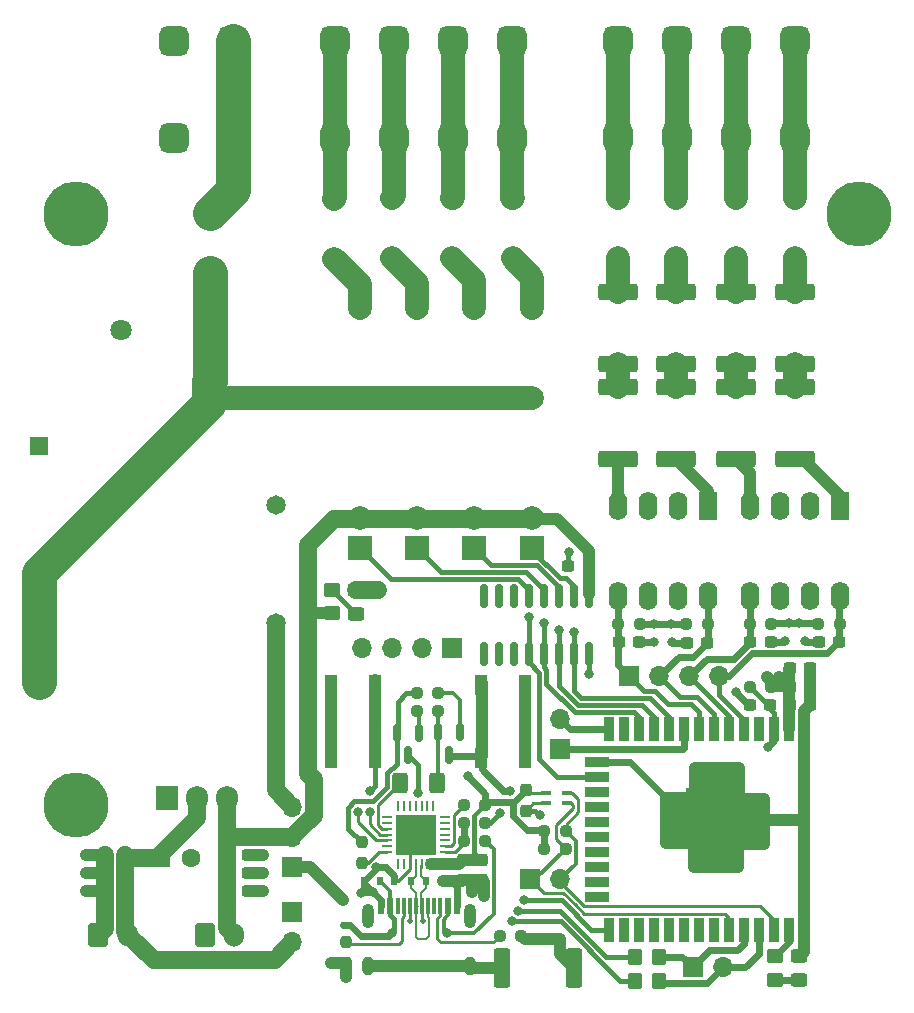
<source format=gtl>
G04 #@! TF.GenerationSoftware,KiCad,Pcbnew,(6.0.5)*
G04 #@! TF.CreationDate,2022-08-23T18:03:53+02:00*
G04 #@! TF.ProjectId,hamodule,68616d6f-6475-46c6-952e-6b696361645f,rev?*
G04 #@! TF.SameCoordinates,Original*
G04 #@! TF.FileFunction,Copper,L1,Top*
G04 #@! TF.FilePolarity,Positive*
%FSLAX46Y46*%
G04 Gerber Fmt 4.6, Leading zero omitted, Abs format (unit mm)*
G04 Created by KiCad (PCBNEW (6.0.5)) date 2022-08-23 18:03:53*
%MOMM*%
%LPD*%
G01*
G04 APERTURE LIST*
G04 Aperture macros list*
%AMRoundRect*
0 Rectangle with rounded corners*
0 $1 Rounding radius*
0 $2 $3 $4 $5 $6 $7 $8 $9 X,Y pos of 4 corners*
0 Add a 4 corners polygon primitive as box body*
4,1,4,$2,$3,$4,$5,$6,$7,$8,$9,$2,$3,0*
0 Add four circle primitives for the rounded corners*
1,1,$1+$1,$2,$3*
1,1,$1+$1,$4,$5*
1,1,$1+$1,$6,$7*
1,1,$1+$1,$8,$9*
0 Add four rect primitives between the rounded corners*
20,1,$1+$1,$2,$3,$4,$5,0*
20,1,$1+$1,$4,$5,$6,$7,0*
20,1,$1+$1,$6,$7,$8,$9,0*
20,1,$1+$1,$8,$9,$2,$3,0*%
G04 Aperture macros list end*
G04 #@! TA.AperFunction,ComponentPad*
%ADD10R,1.700000X1.700000*%
G04 #@! TD*
G04 #@! TA.AperFunction,ComponentPad*
%ADD11O,1.700000X1.700000*%
G04 #@! TD*
G04 #@! TA.AperFunction,SMDPad,CuDef*
%ADD12RoundRect,0.249999X-1.425001X0.450001X-1.425001X-0.450001X1.425001X-0.450001X1.425001X0.450001X0*%
G04 #@! TD*
G04 #@! TA.AperFunction,ComponentPad*
%ADD13C,1.800000*%
G04 #@! TD*
G04 #@! TA.AperFunction,SMDPad,CuDef*
%ADD14RoundRect,0.250000X-0.450000X0.325000X-0.450000X-0.325000X0.450000X-0.325000X0.450000X0.325000X0*%
G04 #@! TD*
G04 #@! TA.AperFunction,SMDPad,CuDef*
%ADD15RoundRect,0.250000X-0.450000X0.350000X-0.450000X-0.350000X0.450000X-0.350000X0.450000X0.350000X0*%
G04 #@! TD*
G04 #@! TA.AperFunction,ComponentPad*
%ADD16RoundRect,0.250000X-0.600000X-0.750000X0.600000X-0.750000X0.600000X0.750000X-0.600000X0.750000X0*%
G04 #@! TD*
G04 #@! TA.AperFunction,ComponentPad*
%ADD17O,1.700000X2.000000*%
G04 #@! TD*
G04 #@! TA.AperFunction,SMDPad,CuDef*
%ADD18RoundRect,0.237500X0.300000X0.237500X-0.300000X0.237500X-0.300000X-0.237500X0.300000X-0.237500X0*%
G04 #@! TD*
G04 #@! TA.AperFunction,SMDPad,CuDef*
%ADD19RoundRect,0.237500X-0.300000X-0.237500X0.300000X-0.237500X0.300000X0.237500X-0.300000X0.237500X0*%
G04 #@! TD*
G04 #@! TA.AperFunction,ComponentPad*
%ADD20R,1.650000X1.650000*%
G04 #@! TD*
G04 #@! TA.AperFunction,ComponentPad*
%ADD21C,1.650000*%
G04 #@! TD*
G04 #@! TA.AperFunction,ComponentPad*
%ADD22R,1.905000X2.000000*%
G04 #@! TD*
G04 #@! TA.AperFunction,ComponentPad*
%ADD23O,1.905000X2.000000*%
G04 #@! TD*
G04 #@! TA.AperFunction,ComponentPad*
%ADD24RoundRect,0.625000X0.625000X0.625000X-0.625000X0.625000X-0.625000X-0.625000X0.625000X-0.625000X0*%
G04 #@! TD*
G04 #@! TA.AperFunction,ComponentPad*
%ADD25C,2.000000*%
G04 #@! TD*
G04 #@! TA.AperFunction,ComponentPad*
%ADD26C,5.500000*%
G04 #@! TD*
G04 #@! TA.AperFunction,SMDPad,CuDef*
%ADD27RoundRect,0.150000X0.150000X-0.825000X0.150000X0.825000X-0.150000X0.825000X-0.150000X-0.825000X0*%
G04 #@! TD*
G04 #@! TA.AperFunction,ComponentPad*
%ADD28R,1.600000X2.400000*%
G04 #@! TD*
G04 #@! TA.AperFunction,ComponentPad*
%ADD29O,1.600000X2.400000*%
G04 #@! TD*
G04 #@! TA.AperFunction,SMDPad,CuDef*
%ADD30RoundRect,0.237500X-0.250000X-0.237500X0.250000X-0.237500X0.250000X0.237500X-0.250000X0.237500X0*%
G04 #@! TD*
G04 #@! TA.AperFunction,SMDPad,CuDef*
%ADD31RoundRect,0.150000X-0.150000X0.587500X-0.150000X-0.587500X0.150000X-0.587500X0.150000X0.587500X0*%
G04 #@! TD*
G04 #@! TA.AperFunction,SMDPad,CuDef*
%ADD32RoundRect,0.237500X0.250000X0.237500X-0.250000X0.237500X-0.250000X-0.237500X0.250000X-0.237500X0*%
G04 #@! TD*
G04 #@! TA.AperFunction,SMDPad,CuDef*
%ADD33R,0.600000X0.700000*%
G04 #@! TD*
G04 #@! TA.AperFunction,SMDPad,CuDef*
%ADD34R,1.100000X1.800000*%
G04 #@! TD*
G04 #@! TA.AperFunction,SMDPad,CuDef*
%ADD35RoundRect,0.237500X-0.237500X0.300000X-0.237500X-0.300000X0.237500X-0.300000X0.237500X0.300000X0*%
G04 #@! TD*
G04 #@! TA.AperFunction,SMDPad,CuDef*
%ADD36RoundRect,0.237500X-0.237500X0.250000X-0.237500X-0.250000X0.237500X-0.250000X0.237500X0.250000X0*%
G04 #@! TD*
G04 #@! TA.AperFunction,SMDPad,CuDef*
%ADD37R,0.450000X0.600000*%
G04 #@! TD*
G04 #@! TA.AperFunction,SMDPad,CuDef*
%ADD38R,0.900000X2.000000*%
G04 #@! TD*
G04 #@! TA.AperFunction,SMDPad,CuDef*
%ADD39R,2.000000X0.900000*%
G04 #@! TD*
G04 #@! TA.AperFunction,SMDPad,CuDef*
%ADD40R,5.000000X5.000000*%
G04 #@! TD*
G04 #@! TA.AperFunction,SMDPad,CuDef*
%ADD41RoundRect,0.250000X0.400000X0.625000X-0.400000X0.625000X-0.400000X-0.625000X0.400000X-0.625000X0*%
G04 #@! TD*
G04 #@! TA.AperFunction,SMDPad,CuDef*
%ADD42RoundRect,0.250000X0.350000X0.450000X-0.350000X0.450000X-0.350000X-0.450000X0.350000X-0.450000X0*%
G04 #@! TD*
G04 #@! TA.AperFunction,SMDPad,CuDef*
%ADD43RoundRect,0.062500X0.062500X-0.337500X0.062500X0.337500X-0.062500X0.337500X-0.062500X-0.337500X0*%
G04 #@! TD*
G04 #@! TA.AperFunction,SMDPad,CuDef*
%ADD44RoundRect,0.062500X0.337500X-0.062500X0.337500X0.062500X-0.337500X0.062500X-0.337500X-0.062500X0*%
G04 #@! TD*
G04 #@! TA.AperFunction,SMDPad,CuDef*
%ADD45R,3.350000X3.350000*%
G04 #@! TD*
G04 #@! TA.AperFunction,SMDPad,CuDef*
%ADD46R,0.600000X1.450000*%
G04 #@! TD*
G04 #@! TA.AperFunction,SMDPad,CuDef*
%ADD47R,0.300000X1.450000*%
G04 #@! TD*
G04 #@! TA.AperFunction,ComponentPad*
%ADD48O,1.000000X2.100000*%
G04 #@! TD*
G04 #@! TA.AperFunction,ComponentPad*
%ADD49O,1.000000X1.600000*%
G04 #@! TD*
G04 #@! TA.AperFunction,ComponentPad*
%ADD50R,2.000000X2.000000*%
G04 #@! TD*
G04 #@! TA.AperFunction,SMDPad,CuDef*
%ADD51RoundRect,0.249999X-0.450001X-1.425001X0.450001X-1.425001X0.450001X1.425001X-0.450001X1.425001X0*%
G04 #@! TD*
G04 #@! TA.AperFunction,SMDPad,CuDef*
%ADD52R,0.820000X0.304800*%
G04 #@! TD*
G04 #@! TA.AperFunction,SMDPad,CuDef*
%ADD53R,0.820000X0.308800*%
G04 #@! TD*
G04 #@! TA.AperFunction,ComponentPad*
%ADD54R,1.600000X1.600000*%
G04 #@! TD*
G04 #@! TA.AperFunction,ComponentPad*
%ADD55C,1.600000*%
G04 #@! TD*
G04 #@! TA.AperFunction,SMDPad,CuDef*
%ADD56RoundRect,0.250000X0.450000X-0.350000X0.450000X0.350000X-0.450000X0.350000X-0.450000X-0.350000X0*%
G04 #@! TD*
G04 #@! TA.AperFunction,ViaPad*
%ADD57C,0.800000*%
G04 #@! TD*
G04 #@! TA.AperFunction,ViaPad*
%ADD58C,0.500000*%
G04 #@! TD*
G04 #@! TA.AperFunction,Conductor*
%ADD59C,0.400000*%
G04 #@! TD*
G04 #@! TA.AperFunction,Conductor*
%ADD60C,3.000000*%
G04 #@! TD*
G04 #@! TA.AperFunction,Conductor*
%ADD61C,2.000000*%
G04 #@! TD*
G04 #@! TA.AperFunction,Conductor*
%ADD62C,1.500000*%
G04 #@! TD*
G04 #@! TA.AperFunction,Conductor*
%ADD63C,1.000000*%
G04 #@! TD*
G04 #@! TA.AperFunction,Conductor*
%ADD64C,0.600000*%
G04 #@! TD*
G04 #@! TA.AperFunction,Conductor*
%ADD65C,0.250000*%
G04 #@! TD*
G04 #@! TA.AperFunction,Conductor*
%ADD66C,0.350000*%
G04 #@! TD*
G04 #@! TA.AperFunction,Conductor*
%ADD67C,0.200000*%
G04 #@! TD*
G04 APERTURE END LIST*
D10*
X150558500Y-144538700D03*
D11*
X150558500Y-147078700D03*
D12*
X178117500Y-91986100D03*
X178117500Y-98086100D03*
X183070500Y-91986100D03*
X183070500Y-98086100D03*
D13*
X136000800Y-95206450D03*
X143500800Y-96839780D03*
D12*
X183070500Y-100037900D03*
X183070500Y-106137900D03*
X178117500Y-100037900D03*
X178117500Y-106137900D03*
D14*
X155956000Y-117203000D03*
X155956000Y-119253000D03*
D15*
X153873200Y-117221000D03*
X153873200Y-119221000D03*
D16*
X143129000Y-146414000D03*
D17*
X145629000Y-146414000D03*
D18*
X136371500Y-139700000D03*
X134646500Y-139700000D03*
D19*
X145060500Y-142748000D03*
X146785500Y-142748000D03*
D18*
X175641000Y-115189000D03*
X173916000Y-115189000D03*
D20*
X129136100Y-105000000D03*
D21*
X129136100Y-125000000D03*
X149136100Y-120000000D03*
X149136100Y-110000000D03*
D22*
X139954000Y-134874000D03*
D23*
X142494000Y-134874000D03*
X145034000Y-134874000D03*
D24*
X169146500Y-78953500D03*
X169146500Y-70753501D03*
X164146500Y-78953500D03*
X164146500Y-70753501D03*
X159146500Y-78953500D03*
X159146500Y-70753501D03*
X154146500Y-78953500D03*
X154146500Y-70753501D03*
X145500100Y-78977099D03*
X145500100Y-70777100D03*
X140500100Y-78977099D03*
X140500100Y-70777100D03*
X193106500Y-78913499D03*
X193106500Y-70713500D03*
X188106500Y-78913499D03*
X188106500Y-70713500D03*
X183106500Y-78913499D03*
X183106500Y-70713500D03*
X178106500Y-78913499D03*
X178106500Y-70713500D03*
D25*
X143546500Y-85283500D03*
X143536500Y-90363500D03*
D26*
X198564500Y-85407500D03*
X132270500Y-85407500D03*
D27*
X166751000Y-122679000D03*
X168021000Y-122679000D03*
X169291000Y-122679000D03*
X170561000Y-122679000D03*
X171831000Y-122679000D03*
X173101000Y-122679000D03*
X174371000Y-122679000D03*
X175641000Y-122679000D03*
X175641000Y-117729000D03*
X174371000Y-117729000D03*
X173101000Y-117729000D03*
X171831000Y-117729000D03*
X170561000Y-117729000D03*
X169291000Y-117729000D03*
X168021000Y-117729000D03*
X166751000Y-117729000D03*
D12*
X193128900Y-100037900D03*
X193128900Y-106137900D03*
X188099700Y-91986100D03*
X188099700Y-98086100D03*
X193128900Y-91986100D03*
X193128900Y-98086100D03*
D28*
X185751274Y-110118320D03*
D29*
X183211274Y-110118320D03*
X180671274Y-110118320D03*
X178131274Y-110118320D03*
X178131274Y-117738320D03*
X180671274Y-117738320D03*
X183211274Y-117738320D03*
X185751274Y-117738320D03*
D28*
X196927274Y-110118320D03*
D29*
X194387274Y-110118320D03*
X191847274Y-110118320D03*
X189307274Y-110118320D03*
X189307274Y-117738320D03*
X191847274Y-117738320D03*
X194387274Y-117738320D03*
X196927274Y-117738320D03*
D12*
X188099700Y-100037900D03*
X188099700Y-106137900D03*
D30*
X189256000Y-125412500D03*
X191081000Y-125412500D03*
D19*
X192659000Y-123872000D03*
X194384000Y-123872000D03*
D18*
X191018500Y-126936500D03*
X189293500Y-126936500D03*
D31*
X164746500Y-129298500D03*
X162846500Y-129298500D03*
X163796500Y-131173500D03*
D30*
X161071500Y-127513500D03*
X162896500Y-127513500D03*
D32*
X162896500Y-125983500D03*
X161071500Y-125983500D03*
D33*
X157983000Y-141900900D03*
X156583000Y-141900900D03*
D16*
X134132000Y-146414000D03*
D17*
X136632000Y-146414000D03*
D34*
X166552000Y-131497000D03*
X166552000Y-125297000D03*
X170252000Y-125297000D03*
X170252000Y-131497000D03*
X157550000Y-131497000D03*
X157550000Y-125297000D03*
X153850000Y-125297000D03*
X153850000Y-131497000D03*
D35*
X164974900Y-140078300D03*
X164974900Y-141803300D03*
D30*
X165065500Y-135410900D03*
X166890500Y-135410900D03*
D32*
X166890500Y-138458900D03*
X165065500Y-138458900D03*
D30*
X165065500Y-136934900D03*
X166890500Y-136934900D03*
D35*
X166574900Y-140084800D03*
X166574900Y-141809800D03*
D36*
X156406500Y-138553000D03*
X156406500Y-140378000D03*
D37*
X154876500Y-143514100D03*
X154876500Y-145614100D03*
D33*
X160583000Y-141900900D03*
X159183000Y-141900900D03*
X161893000Y-141900900D03*
X163293000Y-141900900D03*
D38*
X193865500Y-128986500D03*
X192595500Y-128986500D03*
X191325500Y-128986500D03*
X190055500Y-128986500D03*
X188785500Y-128986500D03*
X187515500Y-128986500D03*
X186245500Y-128986500D03*
X184975500Y-128986500D03*
X183705500Y-128986500D03*
X182435500Y-128986500D03*
X181165500Y-128986500D03*
X179895500Y-128986500D03*
X178625500Y-128986500D03*
X177355500Y-128986500D03*
D39*
X176355500Y-131771500D03*
X176355500Y-133041500D03*
X176355500Y-134311500D03*
X176355500Y-135581500D03*
X176355500Y-136851500D03*
X176355500Y-138121500D03*
X176355500Y-139391500D03*
X176355500Y-140661500D03*
X176355500Y-141931500D03*
X176355500Y-143201500D03*
D38*
X177355500Y-145986500D03*
X178625500Y-145986500D03*
X179895500Y-145986500D03*
X181165500Y-145986500D03*
X182435500Y-145986500D03*
X183705500Y-145986500D03*
X184975500Y-145986500D03*
X186245500Y-145986500D03*
X187515500Y-145986500D03*
X188785500Y-145986500D03*
X190055500Y-145986500D03*
X191325500Y-145986500D03*
X192595500Y-145986500D03*
X193865500Y-145986500D03*
D40*
X186365500Y-136486500D03*
D31*
X161286500Y-129308500D03*
X159386500Y-129308500D03*
X160336500Y-131183500D03*
D10*
X179080000Y-124536600D03*
D11*
X181620000Y-124536600D03*
X184160000Y-124536600D03*
X186700000Y-124536600D03*
D10*
X184442100Y-149161500D03*
D11*
X186982100Y-149161500D03*
D41*
X162779000Y-133575500D03*
X159679000Y-133575500D03*
D42*
X181578000Y-150304500D03*
X179578000Y-150304500D03*
X181578000Y-148272500D03*
X179578000Y-148272500D03*
D43*
X159483000Y-140390900D03*
X159983000Y-140390900D03*
X160483000Y-140390900D03*
X160983000Y-140390900D03*
X161483000Y-140390900D03*
X161983000Y-140390900D03*
X162483000Y-140390900D03*
D44*
X163433000Y-139440900D03*
X163433000Y-138940900D03*
X163433000Y-138440900D03*
X163433000Y-137940900D03*
X163433000Y-137440900D03*
X163433000Y-136940900D03*
X163433000Y-136440900D03*
D43*
X162483000Y-135490900D03*
X161983000Y-135490900D03*
X161483000Y-135490900D03*
X160983000Y-135490900D03*
X160483000Y-135490900D03*
X159983000Y-135490900D03*
X159483000Y-135490900D03*
D44*
X158533000Y-136440900D03*
X158533000Y-136940900D03*
X158533000Y-137440900D03*
X158533000Y-137940900D03*
X158533000Y-138440900D03*
X158533000Y-138940900D03*
X158533000Y-139440900D03*
D45*
X160983000Y-137940900D03*
D19*
X192648500Y-126936500D03*
X194373500Y-126936500D03*
D10*
X150558500Y-140665200D03*
D11*
X150558500Y-138125200D03*
X150558500Y-135585200D03*
D35*
X170296500Y-134186100D03*
X170296500Y-135911100D03*
D30*
X168096500Y-146513500D03*
X169921500Y-146513500D03*
X189284600Y-120091200D03*
X191109600Y-120091200D03*
D10*
X173177200Y-130657600D03*
D11*
X173177200Y-128117600D03*
D13*
X183070500Y-89090500D03*
X183070500Y-84010500D03*
D30*
X178157500Y-120091200D03*
X179982500Y-120091200D03*
D13*
X193128900Y-89090500D03*
X193128900Y-84010500D03*
D10*
X170700700Y-141719300D03*
D11*
X173240700Y-141719300D03*
D14*
X193484500Y-148217500D03*
X193484500Y-150267500D03*
D13*
X154100000Y-89180000D03*
X154100000Y-84100000D03*
D18*
X136371500Y-141224000D03*
X134646500Y-141224000D03*
D46*
X158023000Y-143955900D03*
X158823000Y-143955900D03*
D47*
X160023000Y-143955900D03*
X161023000Y-143955900D03*
X161523000Y-143955900D03*
X162523000Y-143955900D03*
D46*
X163723000Y-143955900D03*
X164523000Y-143955900D03*
X164523000Y-143955900D03*
X163723000Y-143955900D03*
D47*
X163023000Y-143955900D03*
X162023000Y-143955900D03*
X160523000Y-143955900D03*
X159523000Y-143955900D03*
D46*
X158823000Y-143955900D03*
X158023000Y-143955900D03*
D48*
X165593000Y-144870900D03*
D49*
X156953000Y-149050900D03*
D48*
X156953000Y-144870900D03*
D49*
X165593000Y-149050900D03*
D30*
X195075800Y-120091200D03*
X196900800Y-120091200D03*
D19*
X189331600Y-121615200D03*
X191056600Y-121615200D03*
X183949000Y-121716800D03*
X185674000Y-121716800D03*
X145060500Y-139700000D03*
X146785500Y-139700000D03*
D13*
X188099700Y-89090500D03*
X188099700Y-84010500D03*
D18*
X196847800Y-121615200D03*
X195122800Y-121615200D03*
D50*
X156273000Y-113665000D03*
D25*
X156273000Y-111125000D03*
X156273000Y-100965000D03*
X156273000Y-93345000D03*
D50*
X161099000Y-113665000D03*
D25*
X161099000Y-111125000D03*
X161099000Y-100965000D03*
X161099000Y-93345000D03*
D13*
X164100000Y-89140000D03*
X164100000Y-84060000D03*
D50*
X170878000Y-113665000D03*
D25*
X170878000Y-111125000D03*
X170878000Y-100965000D03*
X170878000Y-93345000D03*
D51*
X168326500Y-149243500D03*
X174426500Y-149243500D03*
D52*
X173760000Y-135261900D03*
D53*
X173760000Y-134451100D03*
X172040000Y-134451100D03*
D52*
X172040000Y-135261900D03*
D50*
X165925000Y-113665000D03*
D25*
X165925000Y-111125000D03*
X165925000Y-100965000D03*
X165925000Y-93345000D03*
D30*
X171869100Y-137604500D03*
X173694100Y-137604500D03*
D18*
X136371500Y-142748000D03*
X134646500Y-142748000D03*
D54*
X139446000Y-139954000D03*
D55*
X141946000Y-139954000D03*
D13*
X178092100Y-89090500D03*
X178092100Y-84010500D03*
D19*
X192659000Y-125412500D03*
X194384000Y-125412500D03*
X145060500Y-141224000D03*
X146785500Y-141224000D03*
D30*
X183897900Y-120142000D03*
X185722900Y-120142000D03*
X171869100Y-139128500D03*
X173694100Y-139128500D03*
D13*
X169200000Y-89140000D03*
X169200000Y-84060000D03*
D56*
X191407500Y-150242500D03*
X191407500Y-148242500D03*
D36*
X155086500Y-147013500D03*
X155086500Y-148838500D03*
D10*
X164084000Y-122174000D03*
D11*
X161544000Y-122174000D03*
X159004000Y-122174000D03*
X156464000Y-122174000D03*
D26*
X132270500Y-135407500D03*
D19*
X178206400Y-121615200D03*
X179931400Y-121615200D03*
D13*
X159000000Y-89140000D03*
X159000000Y-84060000D03*
D57*
X190754000Y-124587000D03*
X191731900Y-124587000D03*
X192671700Y-124587000D03*
X165385120Y-133014080D03*
X170561000Y-119507000D03*
X171831000Y-120015000D03*
X173101000Y-120650000D03*
X174371000Y-120777000D03*
X190836500Y-130523500D03*
X168960800Y-134213600D03*
D58*
X160503000Y-145224500D03*
X161607500Y-145224500D03*
D57*
X161190841Y-134414889D03*
X170192700Y-143497300D03*
X157085817Y-134289917D03*
X158983000Y-146300784D03*
X163600000Y-146300000D03*
X183172100Y-135851900D03*
X185407300Y-139712700D03*
X187337700Y-139712700D03*
X185559700Y-133311900D03*
X194360800Y-124587000D03*
X182626000Y-120142000D03*
X190500000Y-136766300D03*
X162116300Y-136856500D03*
X160926500Y-139103900D03*
X148082000Y-141224000D03*
X148082000Y-139700000D03*
X188400000Y-132270500D03*
X157356500Y-142843500D03*
X186500000Y-132270500D03*
X181203600Y-120091200D03*
X193446400Y-120040400D03*
X182181500Y-136740900D03*
X193929000Y-121539000D03*
X159786500Y-139103900D03*
X194384000Y-126111000D03*
X192582800Y-120040400D03*
X188087000Y-125857000D03*
X155106500Y-150003500D03*
X162106500Y-139173900D03*
X193856500Y-144343500D03*
X184518300Y-140652500D03*
X171500000Y-136300000D03*
X133096000Y-142748000D03*
X172212000Y-146812000D03*
X153850000Y-127307000D03*
X182727600Y-121615200D03*
X133096000Y-139700000D03*
X193865500Y-130644900D03*
X175641000Y-124333000D03*
X157784800Y-117221000D03*
X166738300Y-143116300D03*
X159796500Y-137999500D03*
X160922500Y-137974100D03*
X160922500Y-136856500D03*
X173228000Y-146812000D03*
X189600000Y-135826500D03*
X189600000Y-137700000D03*
X187490100Y-133311900D03*
X188277500Y-140652500D03*
X157612099Y-140708899D03*
X192278000Y-121539000D03*
X133096000Y-141224000D03*
X148082000Y-142748000D03*
X181203600Y-121615200D03*
X171196000Y-146812000D03*
X184600000Y-132270500D03*
X153850000Y-129212000D03*
X168100000Y-136100000D03*
X156324300Y-142862300D03*
X170180000Y-127127000D03*
X182181500Y-138620500D03*
X153826500Y-148833500D03*
X159804900Y-136881900D03*
X182181500Y-134861300D03*
X165773100Y-142811500D03*
X164021100Y-141900900D03*
X183172100Y-137731500D03*
X190500000Y-134900000D03*
X190500000Y-138700000D03*
X173990000Y-114046000D03*
X186397900Y-140652500D03*
X170266500Y-129590800D03*
X162090900Y-137948700D03*
X157083980Y-136013900D03*
X169176700Y-145300700D03*
X169659300Y-144411700D03*
X156066500Y-136005500D03*
D59*
X174371000Y-116881150D02*
X174371000Y-117602000D01*
X173736000Y-116246150D02*
X174371000Y-116881150D01*
X173186850Y-116246150D02*
X173736000Y-116246150D01*
X170878000Y-113665000D02*
X170878000Y-113937300D01*
X170878000Y-113937300D02*
X173186850Y-116246150D01*
X173916000Y-114120000D02*
X173916000Y-115189000D01*
X173990000Y-114046000D02*
X173916000Y-114120000D01*
D60*
X129136100Y-125000000D02*
X129136100Y-115770700D01*
X143500800Y-101406000D02*
X143500800Y-99558800D01*
D61*
X143941800Y-100965000D02*
X170878000Y-100965000D01*
D60*
X143500800Y-99558800D02*
X143536500Y-99523100D01*
X143536500Y-99523100D02*
X143536500Y-90363500D01*
X129136100Y-115770700D02*
X143500800Y-101406000D01*
D62*
X143500800Y-101406000D02*
X143941800Y-100965000D01*
D63*
X172944008Y-111252000D02*
X175641000Y-113948992D01*
D62*
X150558500Y-138125200D02*
X145110200Y-138125200D01*
X154051000Y-111252000D02*
X156273000Y-111252000D01*
X145034000Y-138049000D02*
X145034000Y-145819000D01*
D63*
X152178000Y-119221000D02*
X151892000Y-119507000D01*
D62*
X151892000Y-113411000D02*
X154051000Y-111252000D01*
X145034000Y-145819000D02*
X145629000Y-146414000D01*
D63*
X175641000Y-113948992D02*
X175641000Y-114427000D01*
D62*
X145110200Y-138125200D02*
X145034000Y-138049000D01*
X152358011Y-133257211D02*
X151892000Y-132791200D01*
X156273000Y-111252000D02*
X170878000Y-111252000D01*
D63*
X170878000Y-111252000D02*
X172944008Y-111252000D01*
D62*
X152358011Y-136330583D02*
X152358011Y-133257211D01*
D63*
X175641000Y-114427000D02*
X175641000Y-117602000D01*
D62*
X151646797Y-137041797D02*
X152358011Y-136330583D01*
X150558500Y-138125200D02*
X151641903Y-137041797D01*
X151892000Y-119507000D02*
X151892000Y-113411000D01*
D63*
X153873200Y-119221000D02*
X152178000Y-119221000D01*
D62*
X151892000Y-132791200D02*
X151892000Y-119507000D01*
X145034000Y-134874000D02*
X145034000Y-138049000D01*
X151641903Y-137041797D02*
X151646797Y-137041797D01*
D64*
X169193111Y-136387514D02*
X170371997Y-137566400D01*
X166890500Y-135410900D02*
X166890500Y-134519460D01*
D65*
X166574900Y-140084800D02*
X166003480Y-139513380D01*
D63*
X191081000Y-124914000D02*
X190754000Y-124587000D01*
D64*
X166890500Y-134519460D02*
X165385120Y-133014080D01*
D63*
X191770000Y-125349000D02*
X191144500Y-125349000D01*
X192659000Y-125349000D02*
X191770000Y-125349000D01*
D64*
X169193111Y-135200489D02*
X169193111Y-136387514D01*
D65*
X170561500Y-134451100D02*
X170296500Y-134186100D01*
D66*
X165927520Y-136336380D02*
X166853000Y-135410900D01*
D65*
X166003480Y-136260420D02*
X166853000Y-135410900D01*
X166003480Y-139513380D02*
X166003480Y-136260420D01*
D64*
X169193111Y-135200489D02*
X169282111Y-135200489D01*
D66*
X165747200Y-140084800D02*
X165927520Y-139904480D01*
D65*
X171836500Y-134451100D02*
X170561500Y-134451100D01*
D63*
X191081000Y-125412500D02*
X191081000Y-124914000D01*
X192595500Y-128986500D02*
X192595500Y-123888500D01*
X164662300Y-140390900D02*
X162307520Y-140390900D01*
D64*
X167100911Y-135200489D02*
X169193111Y-135200489D01*
D63*
X191770000Y-124625100D02*
X191731900Y-124587000D01*
D64*
X166890500Y-135410900D02*
X167100911Y-135200489D01*
D63*
X166574900Y-140084800D02*
X165747200Y-140084800D01*
D66*
X165927520Y-139904480D02*
X165927520Y-136336380D01*
D64*
X169282111Y-135200489D02*
X170296500Y-134186100D01*
D63*
X191144500Y-125349000D02*
X191081000Y-125412500D01*
X165747200Y-140084800D02*
X164981400Y-140084800D01*
D64*
X171869100Y-137604500D02*
X171869100Y-139128500D01*
X171831000Y-137566400D02*
X171869100Y-137604500D01*
D63*
X192595500Y-123888500D02*
X192659000Y-123825000D01*
X164974900Y-140078300D02*
X164662300Y-140390900D01*
X191770000Y-125349000D02*
X191770000Y-124625100D01*
D64*
X170371997Y-137566400D02*
X171831000Y-137566400D01*
D63*
X164981400Y-140084800D02*
X164974900Y-140078300D01*
D61*
X193106500Y-78913499D02*
X193106500Y-83988100D01*
X193106500Y-83988100D02*
X193128900Y-84010500D01*
X193106500Y-78913499D02*
X193106500Y-70713500D01*
X188106500Y-84003700D02*
X188099700Y-84010500D01*
X188106500Y-70713500D02*
X188106500Y-78913499D01*
X188106500Y-78913499D02*
X188106500Y-84003700D01*
X183106500Y-78913499D02*
X183106500Y-70713500D01*
X183070500Y-78949499D02*
X183106500Y-78913499D01*
X183070500Y-84010500D02*
X183070500Y-78949499D01*
X178106500Y-70713500D02*
X178106500Y-78913499D01*
X178106500Y-83996100D02*
X178092100Y-84010500D01*
X178106500Y-78913499D02*
X178106500Y-83996100D01*
X170878000Y-90818000D02*
X169200000Y-89140000D01*
X170878000Y-93345000D02*
X170878000Y-90818000D01*
X165925000Y-93345000D02*
X165925000Y-90965000D01*
X165925000Y-90965000D02*
X164100000Y-89140000D01*
X161099000Y-93345000D02*
X161099000Y-91239000D01*
X161099000Y-91239000D02*
X159000000Y-89140000D01*
X156273000Y-91353000D02*
X154100000Y-89180000D01*
X156273000Y-93345000D02*
X156273000Y-91353000D01*
D59*
X158940000Y-116332000D02*
X156273000Y-113665000D01*
X169646138Y-116332000D02*
X158940000Y-116332000D01*
X170561000Y-117246862D02*
X169646138Y-116332000D01*
X170561000Y-117729000D02*
X170561000Y-117246862D01*
X163166480Y-115732480D02*
X169707480Y-115732480D01*
X170316618Y-115732480D02*
X169707480Y-115732480D01*
X171831000Y-117729000D02*
X171831000Y-117246862D01*
X161099000Y-113665000D02*
X163166480Y-115732480D01*
X171831000Y-117246862D02*
X170316618Y-115732480D01*
X165925000Y-113665000D02*
X167392960Y-115132960D01*
X173101000Y-117729000D02*
X173101000Y-117008150D01*
X171225810Y-115132960D02*
X167392960Y-115132960D01*
X173101000Y-117008150D02*
X171225810Y-115132960D01*
X181261983Y-125786111D02*
X180329511Y-125786111D01*
D64*
X178131274Y-123587874D02*
X179080000Y-124536600D01*
D59*
X184327800Y-126873000D02*
X182348872Y-126873000D01*
X185013600Y-127558800D02*
X184327800Y-126873000D01*
X182348872Y-126873000D02*
X181261983Y-125786111D01*
X184975500Y-128986500D02*
X185013600Y-128948400D01*
D64*
X178131274Y-117738320D02*
X178131274Y-123587874D01*
D59*
X180329511Y-125786111D02*
X179080000Y-124536600D01*
X185013600Y-128948400D02*
X185013600Y-127558800D01*
D64*
X185674000Y-121716800D02*
X184505600Y-122885200D01*
X185751274Y-121639526D02*
X185674000Y-121716800D01*
X185751274Y-117738320D02*
X185751274Y-121639526D01*
X183271400Y-122885200D02*
X181620000Y-124536600D01*
X184505600Y-122885200D02*
X183271400Y-122885200D01*
D59*
X184820480Y-126273480D02*
X186245500Y-127698500D01*
X184820480Y-126273480D02*
X183356880Y-126273480D01*
X181620000Y-124536600D02*
X183356880Y-126273480D01*
X186245500Y-128986500D02*
X186245500Y-127698500D01*
X187537800Y-127914400D02*
X187553600Y-127914400D01*
D64*
X184160000Y-124536600D02*
X185659000Y-123037600D01*
D59*
X187553600Y-127914400D02*
X187553600Y-128948400D01*
D64*
X185659000Y-123037600D02*
X187909200Y-123037600D01*
X189331600Y-117762646D02*
X189307274Y-117738320D01*
X189331600Y-121615200D02*
X189331600Y-117762646D01*
D59*
X184160000Y-124536600D02*
X187537800Y-127914400D01*
X187553600Y-128948400D02*
X187515500Y-128986500D01*
D64*
X187909200Y-123037600D02*
X189331600Y-121615200D01*
X189487772Y-122589720D02*
X195822480Y-122589720D01*
X195822480Y-122589720D02*
X196847800Y-121564400D01*
X186700000Y-124536600D02*
X187540892Y-124536600D01*
D59*
X187198000Y-126633422D02*
X187198000Y-126619000D01*
X187198000Y-126619000D02*
X186700000Y-126121000D01*
X186700000Y-126121000D02*
X186700000Y-124536600D01*
D64*
X187540892Y-124536600D02*
X189487772Y-122589720D01*
D59*
X188785500Y-128986500D02*
X188785500Y-128220922D01*
X188785500Y-128220922D02*
X187198000Y-126633422D01*
D64*
X196847800Y-117817794D02*
X196927274Y-117738320D01*
X196847800Y-121564400D02*
X196847800Y-117817794D01*
D59*
X170561000Y-123356978D02*
X170561000Y-122679000D01*
X172919500Y-133041500D02*
X171450000Y-131572000D01*
X170561000Y-119507000D02*
X170561000Y-122679000D01*
X171450000Y-131572000D02*
X171450000Y-124587000D01*
X176355500Y-133041500D02*
X172919500Y-133041500D01*
X171450000Y-124587000D02*
X171450000Y-124245978D01*
X171450000Y-124245978D02*
X170561000Y-123356978D01*
X171831000Y-123779128D02*
X171831000Y-122552000D01*
X179895500Y-128986500D02*
X179895500Y-128007478D01*
X172049520Y-123997648D02*
X171831000Y-123779128D01*
X172049520Y-125186520D02*
X172049520Y-123997648D01*
X171831000Y-120015000D02*
X171831000Y-122679000D01*
X179895500Y-128007478D02*
X179475011Y-127586989D01*
X179475011Y-127586989D02*
X174449989Y-127586989D01*
X174449989Y-127586989D02*
X172049520Y-125186520D01*
X174698319Y-126987469D02*
X180145491Y-126987469D01*
X180145491Y-126987469D02*
X181165500Y-128007478D01*
X173101000Y-122552000D02*
X173101000Y-125390150D01*
X181165500Y-128007478D02*
X181165500Y-128986500D01*
X173101000Y-125390150D02*
X174698319Y-126987469D01*
X173101000Y-120650000D02*
X173101000Y-122679000D01*
X174946649Y-126387949D02*
X180815971Y-126387949D01*
X174371000Y-120777000D02*
X174371000Y-122552000D01*
X174371000Y-122552000D02*
X174371000Y-125812300D01*
X180815971Y-126387949D02*
X182435500Y-128007478D01*
X182435500Y-128007478D02*
X182435500Y-128986500D01*
X174371000Y-125812300D02*
X174946649Y-126387949D01*
D60*
X145500100Y-83329900D02*
X143546500Y-85283500D01*
X145500100Y-78977099D02*
X145500100Y-83329900D01*
X145500100Y-70777100D02*
X145500100Y-78977099D01*
D64*
X168422964Y-134213600D02*
X166566500Y-132357136D01*
X166566500Y-131300000D02*
X163923000Y-131300000D01*
D59*
X191018500Y-127328000D02*
X191325500Y-127635000D01*
D64*
X191325500Y-128986500D02*
X191325500Y-129944500D01*
X163923000Y-131300000D02*
X163796500Y-131173500D01*
D63*
X166566500Y-125100000D02*
X166566500Y-131300000D01*
D59*
X190817500Y-126936500D02*
X189293500Y-125412500D01*
D64*
X166566500Y-132357136D02*
X166566500Y-131300000D01*
D59*
X191018500Y-126936500D02*
X191018500Y-127328000D01*
X191325500Y-127635000D02*
X191325500Y-128986500D01*
D64*
X191325500Y-129944500D02*
X190783989Y-130486011D01*
X168960800Y-134213600D02*
X168422964Y-134213600D01*
D67*
X160583000Y-141850900D02*
X161013000Y-141420900D01*
X162140900Y-144998800D02*
X162023000Y-144880900D01*
X161013000Y-141420900D02*
X161013000Y-140513392D01*
X162140900Y-146559100D02*
X162140900Y-144998800D01*
X160583000Y-141900900D02*
X160583000Y-142425901D01*
X161023000Y-143955900D02*
X161023000Y-146623000D01*
X161023000Y-146623000D02*
X161200000Y-146800000D01*
X161200000Y-146800000D02*
X161900000Y-146800000D01*
D65*
X161023000Y-143955900D02*
X161063000Y-143995900D01*
D67*
X161013000Y-142855901D02*
X161013000Y-144023500D01*
X162023000Y-144880900D02*
X162023000Y-143955900D01*
X161900000Y-146800000D02*
X162140900Y-146559100D01*
X160583000Y-141900900D02*
X160583000Y-141850900D01*
X160583000Y-142425901D02*
X161013000Y-142855901D01*
X161893000Y-141850900D02*
X161463000Y-141420900D01*
D65*
X161607500Y-145224500D02*
X161523000Y-145140000D01*
D67*
X161893000Y-141900900D02*
X161893000Y-141850900D01*
D65*
X160503000Y-145224500D02*
X160503000Y-143975900D01*
D67*
X161893000Y-142425901D02*
X161463000Y-142855901D01*
D65*
X161523000Y-145140000D02*
X161523000Y-143955900D01*
D67*
X161893000Y-141900900D02*
X161893000Y-142425901D01*
X161463000Y-142855901D02*
X161463000Y-144023500D01*
X161463000Y-141420900D02*
X161463000Y-140513392D01*
D65*
X160503000Y-143975900D02*
X160523000Y-143955900D01*
D66*
X162896500Y-129248500D02*
X162846500Y-129298500D01*
X162896500Y-127513500D02*
X162896500Y-129248500D01*
X162846500Y-133508000D02*
X162779000Y-133575500D01*
X162846500Y-129298500D02*
X162846500Y-133508000D01*
D63*
X157556500Y-124833500D02*
X157556500Y-131033500D01*
D59*
X161190841Y-134414889D02*
X161190841Y-132037841D01*
X170243500Y-143471900D02*
X173336398Y-143471900D01*
X157085817Y-134289917D02*
X157550000Y-133825734D01*
X175850998Y-145986500D02*
X177355500Y-145986500D01*
X173336398Y-143471900D02*
X175850998Y-145986500D01*
X157550000Y-133825734D02*
X157550000Y-131300000D01*
X161190841Y-132037841D02*
X160336500Y-131183500D01*
X159466500Y-129228500D02*
X159386500Y-129308500D01*
X159466500Y-127333500D02*
X159466500Y-129228500D01*
X159466500Y-126683500D02*
X160166500Y-125983500D01*
X159386500Y-129308500D02*
X159386500Y-131924441D01*
X159386500Y-131924441D02*
X158597600Y-132713341D01*
X155266989Y-135654011D02*
X155266989Y-137450989D01*
X157378400Y-135128000D02*
X155793000Y-135128000D01*
X160166500Y-125983500D02*
X161071500Y-125983500D01*
X158597600Y-132713341D02*
X158597600Y-133908800D01*
X159466500Y-127333500D02*
X159466500Y-126683500D01*
X155266989Y-137450989D02*
X156406500Y-138590500D01*
X155793000Y-135128000D02*
X155266989Y-135654011D01*
X158597600Y-133908800D02*
X157378400Y-135128000D01*
D64*
X188785500Y-145986500D02*
X188785500Y-147165522D01*
X188211922Y-147739100D02*
X185864500Y-147739100D01*
X185864500Y-147739100D02*
X184442100Y-149161500D01*
X184442100Y-149161500D02*
X183553100Y-148272500D01*
X183553100Y-148272500D02*
X181578000Y-148272500D01*
X188785500Y-147165522D02*
X188211922Y-147739100D01*
X185632589Y-150511011D02*
X186982100Y-149161500D01*
X186982100Y-149161500D02*
X188912500Y-149161500D01*
X181578000Y-150304500D02*
X181784511Y-150511011D01*
X181784511Y-150511011D02*
X185632589Y-150511011D01*
X188912500Y-149161500D02*
X190055500Y-148018500D01*
X190055500Y-148018500D02*
X190055500Y-145986500D01*
D66*
X167612820Y-139181220D02*
X166890500Y-138458900D01*
X167612820Y-144637838D02*
X167612820Y-139181220D01*
D59*
X159157521Y-145080082D02*
X159157521Y-146126263D01*
X158823000Y-144745561D02*
X159157521Y-145080082D01*
D64*
X158983000Y-146300784D02*
X158730284Y-146553500D01*
D66*
X159132521Y-146271631D02*
X159103368Y-146300784D01*
X163483008Y-145067321D02*
X163413479Y-145136850D01*
X158823000Y-142740900D02*
X157983000Y-141900900D01*
X163600000Y-146300000D02*
X165950658Y-146300000D01*
X163600000Y-146300000D02*
X163413479Y-146113479D01*
D64*
X156356100Y-146551700D02*
X155418500Y-145614100D01*
D66*
X165950658Y-146300000D02*
X167612820Y-144637838D01*
X163723000Y-143955900D02*
X163723000Y-144780916D01*
D59*
X159157521Y-146126263D02*
X158983000Y-146300784D01*
D66*
X163413479Y-146113479D02*
X163413479Y-145136850D01*
X163723000Y-144780916D02*
X163483008Y-145020908D01*
D64*
X156356100Y-146553500D02*
X156356100Y-146551700D01*
D66*
X163483008Y-145020908D02*
X163483008Y-145067321D01*
D64*
X155418500Y-145614100D02*
X154876500Y-145614100D01*
X158730284Y-146553500D02*
X156356100Y-146553500D01*
D59*
X158823000Y-143955900D02*
X158823000Y-144745561D01*
D66*
X158823000Y-143955900D02*
X158823000Y-142740900D01*
D63*
X171196000Y-146812000D02*
X172128489Y-146812000D01*
X182181500Y-135826500D02*
X183146700Y-135826500D01*
X155086500Y-148838500D02*
X155086500Y-149983500D01*
X193865500Y-130644900D02*
X193865500Y-131686300D01*
X166738300Y-141973200D02*
X166574900Y-141809800D01*
D64*
X194005200Y-121615200D02*
X193929000Y-121539000D01*
X192201800Y-121615200D02*
X192278000Y-121539000D01*
X188087000Y-125857000D02*
X189166500Y-126936500D01*
D63*
X194384000Y-125412500D02*
X194384000Y-124229200D01*
X186397900Y-140652500D02*
X186397900Y-139738100D01*
X185483500Y-140652500D02*
X185483500Y-139788900D01*
X193856500Y-136743500D02*
X193856500Y-131695300D01*
X193846500Y-147643500D02*
X193846500Y-147892500D01*
X189598300Y-136740900D02*
X189572900Y-136766300D01*
X182181500Y-134861300D02*
X182181500Y-138620500D01*
X173228000Y-146812000D02*
X173228000Y-148045000D01*
X188277500Y-140652500D02*
X188277500Y-139712700D01*
X193865500Y-145986500D02*
X193865500Y-144352500D01*
X193865500Y-144407478D02*
X193865500Y-144970500D01*
D64*
X157612099Y-140871801D02*
X156583000Y-141900900D01*
D63*
X184231500Y-138620500D02*
X186365500Y-136486500D01*
X193856500Y-144343500D02*
X193856500Y-140743500D01*
D65*
X160483000Y-139547400D02*
X160926500Y-139103900D01*
D63*
X194373500Y-126072900D02*
X194384000Y-126062400D01*
X189572900Y-137731500D02*
X187610500Y-137731500D01*
D64*
X157612099Y-140708899D02*
X158440021Y-140708899D01*
D63*
X187363100Y-132270500D02*
X187363100Y-133184900D01*
D64*
X191160400Y-120040400D02*
X191109600Y-120091200D01*
D63*
X187337700Y-137458700D02*
X186365500Y-136486500D01*
D62*
X134646500Y-139700000D02*
X134646500Y-145899500D01*
D59*
X166890500Y-136934900D02*
X167265100Y-136934900D01*
D63*
X190500000Y-134900000D02*
X190500000Y-134926500D01*
X190500000Y-138700000D02*
X188579000Y-138700000D01*
D64*
X179982500Y-120091200D02*
X183847100Y-120091200D01*
D63*
X134646500Y-139700000D02*
X133096000Y-139700000D01*
X164981400Y-141809800D02*
X164974900Y-141803300D01*
D59*
X167265100Y-136934900D02*
X168100000Y-136100000D01*
D63*
X185483500Y-132270500D02*
X185483500Y-133235700D01*
X183172100Y-137731500D02*
X185120500Y-137731500D01*
D64*
X182829200Y-121716800D02*
X182727600Y-121615200D01*
X159183000Y-141451878D02*
X159183000Y-141900900D01*
D63*
X187610500Y-137731500D02*
X186365500Y-136486500D01*
X164021100Y-141900900D02*
X164877300Y-141900900D01*
X184518300Y-138333700D02*
X186365500Y-136486500D01*
X194384000Y-125412500D02*
X194384000Y-126062400D01*
D65*
X160483000Y-140879389D02*
X159461489Y-141900900D01*
D63*
X190563500Y-136740900D02*
X193853900Y-136740900D01*
X188400000Y-132270500D02*
X188400000Y-132402000D01*
X166738300Y-143116300D02*
X166738300Y-141973200D01*
D59*
X171111100Y-135911100D02*
X171500000Y-136300000D01*
X175641000Y-122552000D02*
X175641000Y-124206000D01*
D63*
X189600000Y-135826500D02*
X189600000Y-137700000D01*
X188400000Y-132402000D02*
X187490100Y-133311900D01*
D65*
X170296500Y-135911100D02*
X170945700Y-135261900D01*
D62*
X134646500Y-145899500D02*
X134132000Y-146414000D01*
D63*
X153850000Y-127307000D02*
X153850000Y-129212000D01*
X155086500Y-148838500D02*
X153831500Y-148838500D01*
X185483500Y-133235700D02*
X185559700Y-133311900D01*
X163293000Y-141900900D02*
X164021100Y-141900900D01*
X183146700Y-136740900D02*
X183172100Y-136766300D01*
X184600000Y-132270500D02*
X184600000Y-134721000D01*
X193865500Y-145986500D02*
X193865500Y-147624500D01*
D64*
X158023000Y-143955900D02*
X158023000Y-143510000D01*
D59*
X170296500Y-135911100D02*
X171111100Y-135911100D01*
D63*
X170266500Y-131300000D02*
X170266500Y-129423300D01*
X183172100Y-134886700D02*
X184765700Y-134886700D01*
D64*
X176355500Y-131771500D02*
X179091700Y-131771500D01*
D65*
X159461489Y-141900900D02*
X159183000Y-141900900D01*
D64*
X183847100Y-120091200D02*
X183897900Y-120142000D01*
D63*
X183146700Y-134861300D02*
X183172100Y-134886700D01*
D64*
X156324300Y-142862300D02*
X156583000Y-142603600D01*
D63*
X186397900Y-139738100D02*
X186372500Y-139712700D01*
X171196000Y-146812000D02*
X170220000Y-146812000D01*
X182181500Y-138620500D02*
X184231500Y-138620500D01*
X193865500Y-128986500D02*
X193865500Y-130644900D01*
D62*
X155956000Y-117203000D02*
X157766800Y-117203000D01*
D63*
X186372500Y-139712700D02*
X186372500Y-136493500D01*
D62*
X157766800Y-117203000D02*
X157784800Y-117221000D01*
D63*
X182181500Y-137706100D02*
X183146700Y-137706100D01*
D64*
X157356500Y-142843500D02*
X156343100Y-142843500D01*
D63*
X190563500Y-136740900D02*
X189598300Y-136740900D01*
X182181500Y-134861300D02*
X183146700Y-134861300D01*
X193865500Y-144352500D02*
X193856500Y-144343500D01*
X170220000Y-146812000D02*
X169921500Y-146513500D01*
X185730900Y-135851900D02*
X186365500Y-136486500D01*
X184518300Y-140652500D02*
X188277500Y-140652500D01*
X188579000Y-138700000D02*
X186365500Y-136486500D01*
X183146700Y-135826500D02*
X183172100Y-135851900D01*
D64*
X164523000Y-142402800D02*
X164523000Y-143955900D01*
D63*
X193865500Y-127444500D02*
X194373500Y-126936500D01*
X184600000Y-134721000D02*
X186365500Y-136486500D01*
X155086500Y-149983500D02*
X155106500Y-150003500D01*
X153831500Y-148838500D02*
X153826500Y-148833500D01*
X193846500Y-147892500D02*
X193484500Y-148254500D01*
X146785500Y-139700000D02*
X148082000Y-139700000D01*
X187337700Y-139712700D02*
X187337700Y-137458700D01*
X183146700Y-137706100D02*
X183172100Y-137731500D01*
X189572900Y-136766300D02*
X186645300Y-136766300D01*
X185559700Y-135680700D02*
X186365500Y-136486500D01*
X134646500Y-141224000D02*
X133096000Y-141224000D01*
X184600000Y-132270500D02*
X188400000Y-132270500D01*
D64*
X179931400Y-121615200D02*
X181203600Y-121615200D01*
D63*
X187363100Y-139738100D02*
X187337700Y-139712700D01*
X186397900Y-132270500D02*
X186397900Y-133184900D01*
D64*
X157612099Y-140708899D02*
X157612099Y-140871801D01*
D63*
X146785500Y-142748000D02*
X148082000Y-142748000D01*
X186372500Y-136493500D02*
X186365500Y-136486500D01*
X164877300Y-141900900D02*
X164974900Y-141803300D01*
X187490100Y-133311900D02*
X187490100Y-135361900D01*
X186645300Y-136766300D02*
X186365500Y-136486500D01*
X134646500Y-142748000D02*
X133096000Y-142748000D01*
X193856500Y-140743500D02*
X193856500Y-136743500D01*
D65*
X160483000Y-140390900D02*
X160483000Y-140879389D01*
D63*
X153850000Y-125297000D02*
X153850000Y-127307000D01*
X189600000Y-137700000D02*
X189600000Y-137800000D01*
X187025500Y-135826500D02*
X186365500Y-136486500D01*
X189600000Y-137800000D02*
X190500000Y-138700000D01*
X187952000Y-134900000D02*
X186365500Y-136486500D01*
X194373500Y-126936500D02*
X194373500Y-126072900D01*
X185120500Y-137731500D02*
X186365500Y-136486500D01*
X153850000Y-131497000D02*
X153850000Y-129212000D01*
X193856500Y-131695300D02*
X193865500Y-131686300D01*
X185407300Y-139712700D02*
X185407300Y-137444700D01*
D64*
X156583000Y-141900900D02*
X156583000Y-142070000D01*
D63*
X182181500Y-136740900D02*
X183146700Y-136740900D01*
X186397900Y-133184900D02*
X186524900Y-133311900D01*
X186524900Y-133311900D02*
X186524900Y-136327100D01*
X190500000Y-134900000D02*
X190500000Y-138700000D01*
X165773100Y-141871700D02*
X165711200Y-141809800D01*
X188400000Y-134452000D02*
X186365500Y-136486500D01*
X193865500Y-147624500D02*
X193846500Y-147643500D01*
X184765700Y-134886700D02*
X186365500Y-136486500D01*
X186524900Y-136327100D02*
X186365500Y-136486500D01*
X185407300Y-137444700D02*
X186365500Y-136486500D01*
X190500000Y-134926500D02*
X189600000Y-135826500D01*
D64*
X195075800Y-120040400D02*
X191160400Y-120040400D01*
D63*
X194384000Y-124229200D02*
X194360800Y-124206000D01*
D64*
X158440021Y-140708899D02*
X159183000Y-141451878D01*
D63*
X187363100Y-133184900D02*
X187490100Y-133311900D01*
D64*
X158023000Y-143510000D02*
X157356500Y-142843500D01*
D63*
X189598300Y-137706100D02*
X189572900Y-137731500D01*
D65*
X170945700Y-135261900D02*
X171836500Y-135261900D01*
D63*
X186085700Y-136766300D02*
X186365500Y-136486500D01*
X165711200Y-141809800D02*
X164981400Y-141809800D01*
X166574900Y-141809800D02*
X165711200Y-141809800D01*
X185483500Y-139788900D02*
X185407300Y-139712700D01*
D64*
X183949000Y-121716800D02*
X182829200Y-121716800D01*
D63*
X184518300Y-140652500D02*
X184518300Y-138333700D01*
X188277500Y-138398500D02*
X186365500Y-136486500D01*
D64*
X195122800Y-121615200D02*
X194005200Y-121615200D01*
D63*
X173228000Y-148045000D02*
X174426500Y-149243500D01*
X185559700Y-133311900D02*
X185559700Y-135680700D01*
X187363100Y-140652500D02*
X187363100Y-139738100D01*
X146785500Y-141224000D02*
X148082000Y-141224000D01*
X193853900Y-136740900D02*
X193856500Y-136743500D01*
X188400000Y-132270500D02*
X188400000Y-134452000D01*
X189600000Y-135826500D02*
X187025500Y-135826500D01*
D64*
X189166500Y-126936500D02*
X189293500Y-126936500D01*
D63*
X188277500Y-139712700D02*
X188277500Y-138398500D01*
D64*
X164021100Y-141900900D02*
X164523000Y-142402800D01*
D63*
X170266500Y-129423300D02*
X170266500Y-126578500D01*
D64*
X156583000Y-142603600D02*
X156583000Y-142070000D01*
D65*
X160483000Y-140390900D02*
X160483000Y-139547400D01*
D63*
X183172100Y-136766300D02*
X186085700Y-136766300D01*
X187490100Y-135361900D02*
X186365500Y-136486500D01*
D64*
X156343100Y-142843500D02*
X156324300Y-142862300D01*
X191056600Y-121615200D02*
X192201800Y-121615200D01*
D63*
X183172100Y-135851900D02*
X185730900Y-135851900D01*
X193865500Y-128986500D02*
X193865500Y-127444500D01*
X172212000Y-146812000D02*
X173228000Y-146812000D01*
X190500000Y-134900000D02*
X187952000Y-134900000D01*
X170266500Y-125100000D02*
X170266500Y-126578500D01*
X165773100Y-142811500D02*
X165773100Y-141871700D01*
D64*
X179091700Y-131771500D02*
X182181500Y-134861300D01*
X156583000Y-142070000D02*
X157356500Y-142843500D01*
D66*
X164185100Y-125983500D02*
X162896500Y-125983500D01*
X164746500Y-126544900D02*
X164185100Y-125983500D01*
X164746500Y-129298500D02*
X164746500Y-126544900D01*
X161286500Y-127728500D02*
X161071500Y-127513500D01*
X161286500Y-129308500D02*
X161286500Y-127728500D01*
D65*
X158520400Y-137453500D02*
X158098272Y-137453500D01*
X158533000Y-137440900D02*
X158520400Y-137453500D01*
X157808491Y-135446009D02*
X157808491Y-137163719D01*
X159679000Y-133575500D02*
X157808491Y-135446009D01*
X157808491Y-137163719D02*
X158098272Y-137453500D01*
X158533000Y-139440900D02*
X157855500Y-139440900D01*
X156406500Y-140340500D02*
X156955900Y-140340500D01*
X156955900Y-140340500D02*
X157855500Y-139440900D01*
D63*
X185751274Y-108818674D02*
X183070500Y-106137900D01*
X185751274Y-110118320D02*
X185751274Y-108818674D01*
D64*
X191407500Y-150242500D02*
X193459500Y-150242500D01*
X193459500Y-150242500D02*
X193484500Y-150267500D01*
D61*
X164146500Y-78953500D02*
X164146500Y-84013500D01*
X164146500Y-70753501D02*
X164146500Y-78953500D01*
X164146500Y-84013500D02*
X164100000Y-84060000D01*
X159146500Y-70753501D02*
X159146500Y-78953500D01*
X159146500Y-83913500D02*
X159000000Y-84060000D01*
X159146500Y-78953500D02*
X159146500Y-83913500D01*
X154146500Y-78953500D02*
X154146500Y-84053500D01*
X154146500Y-84053500D02*
X154100000Y-84100000D01*
X154146500Y-70753501D02*
X154146500Y-78953500D01*
X183070500Y-89090500D02*
X183070500Y-91986100D01*
X188099700Y-98086100D02*
X188099700Y-100037900D01*
D63*
X189307274Y-107345474D02*
X188099700Y-106137900D01*
X189307274Y-110118320D02*
X189307274Y-107345474D01*
D59*
X178281060Y-150304500D02*
X173277260Y-145300700D01*
X173277260Y-145300700D02*
X169176700Y-145300700D01*
D65*
X158533000Y-137940900D02*
X157949954Y-137940900D01*
X157949954Y-137940900D02*
X157083980Y-137074926D01*
D59*
X179578000Y-150304500D02*
X178281060Y-150304500D01*
D65*
X157083980Y-137074926D02*
X157083980Y-136013900D01*
D66*
X173694100Y-139128500D02*
X171103300Y-141719300D01*
D65*
X175268271Y-144661989D02*
X187156189Y-144661989D01*
X173500093Y-142893811D02*
X171875211Y-142893811D01*
X174531080Y-143924798D02*
X173500093Y-142893811D01*
X172882080Y-137134204D02*
X172882080Y-138316480D01*
D66*
X171103300Y-141719300D02*
X170700700Y-141719300D01*
D65*
X172882080Y-138316480D02*
X173694100Y-139128500D01*
X187156189Y-144661989D02*
X187515500Y-145021300D01*
X174161900Y-135261900D02*
X173760000Y-135261900D01*
X174300000Y-135716284D02*
X174300000Y-135400000D01*
X172882080Y-137134204D02*
X174300000Y-135716284D01*
X187515500Y-145021300D02*
X187515500Y-145986500D01*
X171875211Y-142893811D02*
X170700700Y-141719300D01*
X174531080Y-143924798D02*
X175268271Y-144661989D01*
X174300000Y-135400000D02*
X174161900Y-135261900D01*
X173694100Y-137604500D02*
X173821100Y-137604500D01*
X173240700Y-141719300D02*
X173240700Y-141998700D01*
X191325500Y-145986500D02*
X191325500Y-145157478D01*
X174506120Y-140453880D02*
X173240700Y-141719300D01*
X173694100Y-137105900D02*
X174749520Y-136050480D01*
X173793100Y-137576500D02*
X173821100Y-137604500D01*
D66*
X174556120Y-138466520D02*
X174556120Y-140403880D01*
D65*
X174506120Y-138416520D02*
X174506120Y-140453880D01*
X174749520Y-136050480D02*
X174749520Y-134949520D01*
X174251100Y-134451100D02*
X173760000Y-134451100D01*
X174749520Y-134949520D02*
X174251100Y-134451100D01*
X173694100Y-137604500D02*
X173694100Y-137105900D01*
X173694100Y-137604500D02*
X174506120Y-138416520D01*
D66*
X174556120Y-140403880D02*
X173240700Y-141719300D01*
X173694100Y-137604500D02*
X174556120Y-138466520D01*
D65*
X173240700Y-141998700D02*
X175218011Y-143976011D01*
X190144033Y-143976011D02*
X175218011Y-143976011D01*
X191325500Y-145157478D02*
X190144033Y-143976011D01*
D61*
X188099700Y-89090500D02*
X188099700Y-91986100D01*
X193128900Y-89090500D02*
X193128900Y-91986100D01*
X193128900Y-98086100D02*
X193128900Y-100037900D01*
D63*
X196927274Y-109289151D02*
X193776023Y-106137900D01*
X196927274Y-110118320D02*
X196927274Y-109289151D01*
X193776023Y-106137900D02*
X193128900Y-106137900D01*
D59*
X153873200Y-117221000D02*
X153924000Y-117221000D01*
X153924000Y-117221000D02*
X155956000Y-119253000D01*
D61*
X183070500Y-98086100D02*
X183070500Y-100037900D01*
D63*
X150558500Y-140665200D02*
X152027600Y-140665200D01*
X152027600Y-140665200D02*
X154876500Y-143514100D01*
D64*
X192595500Y-145986500D02*
X192595500Y-147054500D01*
X192595500Y-147054500D02*
X191407500Y-148242500D01*
D65*
X164279984Y-139440900D02*
X165065500Y-138655384D01*
X163433000Y-139440900D02*
X164279984Y-139440900D01*
D64*
X165065500Y-136934900D02*
X165065500Y-138458900D01*
D65*
X165065500Y-138655384D02*
X165065500Y-138458900D01*
X163959500Y-138940900D02*
X164253480Y-138646920D01*
X164253480Y-138646920D02*
X164253480Y-136260420D01*
X163433000Y-138940900D02*
X163959500Y-138940900D01*
X164253480Y-136260420D02*
X165103000Y-135410900D01*
D59*
X177105500Y-148272500D02*
X173244700Y-144411700D01*
X173244700Y-144411700D02*
X169659300Y-144411700D01*
D65*
X157651900Y-138440900D02*
X158533000Y-138440900D01*
X156066500Y-136855500D02*
X157651900Y-138440900D01*
X156066500Y-136005500D02*
X156066500Y-136855500D01*
D59*
X179578000Y-148272500D02*
X177105500Y-148272500D01*
D61*
X178117500Y-98086100D02*
X178117500Y-100037900D01*
D63*
X178117500Y-110104546D02*
X178131274Y-110118320D01*
X178117500Y-106137900D02*
X178117500Y-110104546D01*
D64*
X183705500Y-128986500D02*
X183705500Y-130586500D01*
X183705500Y-130586500D02*
X183634400Y-130657600D01*
X183634400Y-130657600D02*
X173177200Y-130657600D01*
X177355500Y-128986500D02*
X174046100Y-128986500D01*
X174046100Y-128986500D02*
X173177200Y-128117600D01*
D62*
X149136100Y-134162800D02*
X150558500Y-135585200D01*
X149136100Y-120000000D02*
X149136100Y-134162800D01*
D61*
X169146500Y-78953500D02*
X169146500Y-84006500D01*
X169146500Y-84006500D02*
X169200000Y-84060000D01*
X169146500Y-70753501D02*
X169146500Y-78953500D01*
X178092100Y-91960700D02*
X178117500Y-91986100D01*
X178092100Y-89090500D02*
X178092100Y-91960700D01*
D65*
X160023000Y-144811911D02*
X159808500Y-145026411D01*
X160023000Y-143955900D02*
X160023000Y-144811911D01*
X159566500Y-147223500D02*
X155296500Y-147223500D01*
X155296500Y-147223500D02*
X155086500Y-147013500D01*
X159808500Y-146981500D02*
X159566500Y-147223500D01*
X159808500Y-145026411D02*
X159808500Y-146981500D01*
X163023000Y-144820901D02*
X162818489Y-145025412D01*
X163023000Y-143955900D02*
X163023000Y-144820901D01*
X163100120Y-147068020D02*
X167541980Y-147068020D01*
X162818489Y-145025412D02*
X162818489Y-146786389D01*
X167541980Y-147068020D02*
X168096500Y-146513500D01*
X162818489Y-146786389D02*
X163100120Y-147068020D01*
D63*
X165785600Y-149243500D02*
X165593000Y-149050900D01*
X156953000Y-149050900D02*
X165593000Y-149050900D01*
X168326500Y-149243500D02*
X165785600Y-149243500D01*
D62*
X138811000Y-148590000D02*
X149047200Y-148590000D01*
X142494000Y-136525000D02*
X142494000Y-134874000D01*
X139446000Y-139954000D02*
X136625500Y-139954000D01*
X149047200Y-148590000D02*
X150558500Y-147078700D01*
X136371500Y-146153500D02*
X136632000Y-146414000D01*
X136632000Y-146414000D02*
X136635000Y-146414000D01*
X136635000Y-146414000D02*
X138811000Y-148590000D01*
X139446000Y-139573000D02*
X142494000Y-136525000D01*
X139446000Y-139954000D02*
X139446000Y-139573000D01*
X136625500Y-139954000D02*
X136371500Y-139700000D01*
X136371500Y-139700000D02*
X136371500Y-146153500D01*
M02*

</source>
